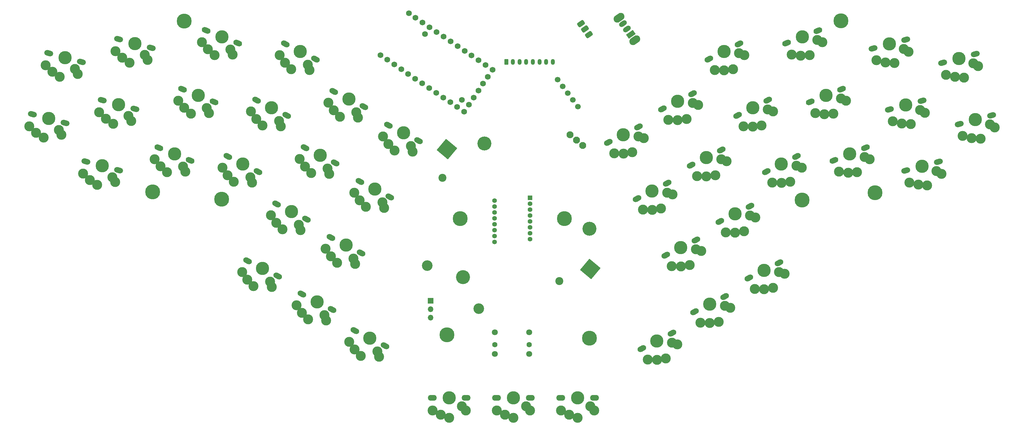
<source format=gbr>
%TF.GenerationSoftware,KiCad,Pcbnew,(6.0.4)*%
%TF.CreationDate,2023-01-07T23:56:25+01:00*%
%TF.ProjectId,Batreeq36,42617472-6565-4713-9336-2e6b69636164,rev?*%
%TF.SameCoordinates,Original*%
%TF.FileFunction,Soldermask,Top*%
%TF.FilePolarity,Negative*%
%FSLAX46Y46*%
G04 Gerber Fmt 4.6, Leading zero omitted, Abs format (unit mm)*
G04 Created by KiCad (PCBNEW (6.0.4)) date 2023-01-07 23:56:25*
%MOMM*%
%LPD*%
G01*
G04 APERTURE LIST*
G04 Aperture macros list*
%AMRoundRect*
0 Rectangle with rounded corners*
0 $1 Rounding radius*
0 $2 $3 $4 $5 $6 $7 $8 $9 X,Y pos of 4 corners*
0 Add a 4 corners polygon primitive as box body*
4,1,4,$2,$3,$4,$5,$6,$7,$8,$9,$2,$3,0*
0 Add four circle primitives for the rounded corners*
1,1,$1+$1,$2,$3*
1,1,$1+$1,$4,$5*
1,1,$1+$1,$6,$7*
1,1,$1+$1,$8,$9*
0 Add four rect primitives between the rounded corners*
20,1,$1+$1,$2,$3,$4,$5,0*
20,1,$1+$1,$4,$5,$6,$7,0*
20,1,$1+$1,$6,$7,$8,$9,0*
20,1,$1+$1,$8,$9,$2,$3,0*%
%AMHorizOval*
0 Thick line with rounded ends*
0 $1 width*
0 $2 $3 position (X,Y) of the first rounded end (center of the circle)*
0 $4 $5 position (X,Y) of the second rounded end (center of the circle)*
0 Add line between two ends*
20,1,$1,$2,$3,$4,$5,0*
0 Add two circle primitives to create the rounded ends*
1,1,$1,$2,$3*
1,1,$1,$4,$5*%
%AMRotRect*
0 Rectangle, with rotation*
0 The origin of the aperture is its center*
0 $1 length*
0 $2 width*
0 $3 Rotation angle, in degrees counterclockwise*
0 Add horizontal line*
21,1,$1,$2,0,0,$3*%
G04 Aperture macros list end*
%ADD10C,4.500000*%
%ADD11C,3.000000*%
%ADD12HorizOval,1.701800X-0.482963X0.129410X0.482963X-0.129410X0*%
%ADD13C,3.987800*%
%ADD14HorizOval,1.701800X-0.445503X-0.226995X0.445503X0.226995X0*%
%ADD15HorizOval,1.701800X-0.482963X-0.129410X0.482963X0.129410X0*%
%ADD16HorizOval,1.701800X-0.445503X0.226995X0.445503X-0.226995X0*%
%ADD17C,1.752600*%
%ADD18RoundRect,0.375000X0.829455X0.123000X0.399273X0.737364X-0.829455X-0.123000X-0.399273X-0.737364X0*%
%ADD19O,2.701800X1.701800*%
%ADD20HorizOval,1.701800X-0.463592X-0.187303X0.463592X0.187303X0*%
%ADD21C,3.200000*%
%ADD22C,4.200000*%
%ADD23C,2.400000*%
%ADD24C,2.100000*%
%ADD25RotRect,4.400000X4.400000X140.000000*%
%ADD26HorizOval,1.701800X-0.463592X0.187303X0.463592X-0.187303X0*%
%ADD27R,1.700000X1.700000*%
%ADD28O,1.700000X1.700000*%
%ADD29C,1.800000*%
%ADD30C,1.600000*%
%ADD31C,1.700000*%
%ADD32HorizOval,1.700000X0.000000X0.000000X0.000000X0.000000X0*%
%ADD33HorizOval,2.200000X0.532449X0.372825X-0.532449X-0.372825X0*%
%ADD34RotRect,1.500000X2.500000X125.000000*%
%ADD35HorizOval,1.500000X0.409576X0.286788X-0.409576X-0.286788X0*%
%ADD36R,1.400000X1.400000*%
%ADD37C,1.400000*%
%ADD38RoundRect,0.250000X-0.350000X-0.625000X0.350000X-0.625000X0.350000X0.625000X-0.350000X0.625000X0*%
%ADD39O,1.200000X1.750000*%
G04 APERTURE END LIST*
D10*
%TO.C,*%
X331814000Y-117630000D03*
%TD*%
%TO.C,*%
X114644000Y-117376000D03*
%TD*%
D11*
%TO.C,SW7*%
X98592421Y-93404918D03*
D12*
X99485719Y-89761990D03*
D11*
X102849463Y-96826621D03*
D13*
X104389436Y-91079362D03*
D12*
X109298500Y-92395418D03*
D11*
X108248494Y-95995678D03*
X107415399Y-94516343D03*
X100624370Y-95326294D03*
%TD*%
%TO.C,SW26*%
X301161184Y-146242255D03*
D14*
X293934275Y-143242996D03*
D11*
X304617437Y-142012088D03*
X303008459Y-141470177D03*
D14*
X302988699Y-138633982D03*
D13*
X298459941Y-140940766D03*
D11*
X298503703Y-146616173D03*
X295708020Y-146547951D03*
%TD*%
%TO.C,SW40*%
X102542589Y-112933990D03*
X97976653Y-115244268D03*
X93719611Y-111822565D03*
X95751560Y-113743941D03*
D12*
X94612909Y-108179637D03*
D11*
X103375684Y-114413325D03*
D13*
X99516626Y-109497009D03*
D12*
X104425690Y-110813065D03*
%TD*%
D10*
%TO.C,H10*%
X238452436Y-125369438D03*
%TD*%
D15*
%TO.C,SW44*%
X366927533Y-94275404D03*
D11*
X363558105Y-101337457D03*
D13*
X362018131Y-95590199D03*
D15*
X357112702Y-96901180D03*
D11*
X360880954Y-101150683D03*
X358160547Y-100502696D03*
X366357183Y-97053730D03*
X367818332Y-97918324D03*
%TD*%
%TO.C,SW34*%
X334996043Y-78403057D03*
X332275636Y-77755070D03*
X341933421Y-75170698D03*
D13*
X336133220Y-72842573D03*
D15*
X331227791Y-74153554D03*
D11*
X337673194Y-78589831D03*
D15*
X341042622Y-71527778D03*
D11*
X340472272Y-74306104D03*
%TD*%
%TO.C,SW39*%
X77609049Y-97598565D03*
X81866091Y-101020268D03*
D12*
X78502347Y-93955637D03*
D13*
X83406064Y-95273009D03*
D11*
X86432027Y-98709990D03*
X87265122Y-100189325D03*
X79640998Y-99519941D03*
D12*
X88315128Y-96589065D03*
%TD*%
D10*
%TO.C,H8*%
X321563075Y-65876331D03*
%TD*%
D11*
%TO.C,SW20*%
X170111891Y-138675631D03*
X175058384Y-137365150D03*
X166659288Y-134443612D03*
D16*
X168290472Y-131066018D03*
X177341300Y-135682091D03*
D11*
X175565703Y-138985368D03*
X168247357Y-136745467D03*
D13*
X172813134Y-133374142D03*
%TD*%
D17*
%TO.C,U1*%
X185174396Y-77582685D03*
X187280152Y-79003035D03*
X189385907Y-80423385D03*
X191491662Y-81843735D03*
X193597418Y-83264085D03*
X195703173Y-84684435D03*
X197808929Y-86104785D03*
X199914684Y-87525135D03*
X202020440Y-88945485D03*
X204126195Y-90365835D03*
X206231951Y-91786185D03*
X208348890Y-93189954D03*
X216859806Y-80572003D03*
X214754050Y-79151653D03*
X212648295Y-77731303D03*
X210542540Y-76310953D03*
X208436784Y-74890603D03*
X206331029Y-73470253D03*
X204225273Y-72049903D03*
X202119518Y-70629553D03*
X200013762Y-69209203D03*
X197908007Y-67788853D03*
X195802251Y-66368503D03*
X193696496Y-64948153D03*
X209758056Y-91100780D03*
X211178406Y-88995024D03*
X212598756Y-86889269D03*
X214019106Y-84783513D03*
X215439456Y-82677758D03*
X207652301Y-89680430D03*
X196510025Y-69861447D03*
X183171019Y-76207266D03*
X191693119Y-63572733D03*
%TD*%
D18*
%TO.C,J4*%
X243483662Y-66696862D03*
X244630815Y-68335166D03*
X245777968Y-69973470D03*
%TD*%
D10*
%TO.C,H9*%
X207131342Y-125369438D03*
%TD*%
D11*
%TO.C,SW21*%
X286671920Y-151641986D03*
X284824645Y-156414064D03*
D14*
X277597736Y-153414805D03*
X286652160Y-148805791D03*
D11*
X282167164Y-156787982D03*
X288280898Y-152183897D03*
X279371481Y-156719760D03*
D13*
X282123402Y-151112575D03*
%TD*%
D11*
%TO.C,SW43*%
X350325377Y-111073295D03*
X342128741Y-114522261D03*
X351786526Y-111937889D03*
D15*
X350895727Y-108294969D03*
D11*
X347526299Y-115357022D03*
X344849148Y-115170248D03*
D15*
X341080896Y-110920745D03*
D13*
X345986325Y-109609764D03*
%TD*%
D11*
%TO.C,SW23*%
X270684394Y-139688841D03*
X279593811Y-135152978D03*
D14*
X268910649Y-136383886D03*
D13*
X273436315Y-134081656D03*
D14*
X277965073Y-131774872D03*
D11*
X276137558Y-139383145D03*
X273480077Y-139757063D03*
X277984833Y-134611067D03*
%TD*%
D13*
%TO.C,SW25*%
X281102507Y-107002649D03*
D11*
X281146269Y-112678056D03*
X285651025Y-107532060D03*
D14*
X285631265Y-104695865D03*
D11*
X278350586Y-112609834D03*
X287260003Y-108073971D03*
X283803750Y-112304138D03*
D14*
X276576841Y-109304879D03*
%TD*%
D11*
%TO.C,SW4*%
X154471486Y-78477164D03*
X161282513Y-79096847D03*
X156336020Y-80407328D03*
X152883417Y-76175309D03*
D16*
X163565429Y-77413788D03*
D11*
X161789832Y-80717065D03*
D13*
X159037263Y-75105839D03*
D16*
X154514601Y-72797715D03*
%TD*%
D11*
%TO.C,SW8*%
X170955228Y-94704308D03*
D13*
X173656471Y-89402819D03*
D11*
X169090694Y-92774144D03*
D16*
X178184637Y-91710768D03*
D11*
X176409040Y-95014045D03*
X167502625Y-90472289D03*
X175901721Y-93393827D03*
D16*
X169133809Y-87094695D03*
%TD*%
D19*
%TO.C,SW22*%
X237362848Y-179341129D03*
D13*
X242440436Y-179344437D03*
D11*
X247440436Y-183094436D03*
X242440436Y-185294437D03*
X239902848Y-184421129D03*
X246252848Y-181881129D03*
X237442848Y-183091129D03*
D19*
X247522848Y-179345090D03*
%TD*%
D10*
%TO.C,H3*%
X245972677Y-161342170D03*
%TD*%
D11*
%TO.C,SW33*%
X313859720Y-93650404D03*
X323130561Y-89908308D03*
X316638820Y-93962027D03*
X321574936Y-89228228D03*
D20*
X312380771Y-90203433D03*
D11*
X319318777Y-93821147D03*
D13*
X317089868Y-88304403D03*
D20*
X321802443Y-86401103D03*
%TD*%
D11*
%TO.C,SW16*%
X166842288Y-156023644D03*
X161388476Y-155713907D03*
X157935873Y-151481888D03*
X166334969Y-154403426D03*
X159523942Y-153783743D03*
D16*
X159567057Y-148104294D03*
X168617885Y-152720367D03*
D13*
X164089719Y-150412418D03*
%TD*%
D11*
%TO.C,SW28*%
X290974536Y-75638313D03*
X289127261Y-80410391D03*
X283674097Y-80716087D03*
D13*
X286426018Y-75108902D03*
D11*
X292583514Y-76180224D03*
D14*
X281900352Y-77411132D03*
D11*
X286469780Y-80784309D03*
D14*
X290954776Y-72802118D03*
%TD*%
D16*
%TO.C,SW5*%
X145888783Y-89726836D03*
D11*
X153164014Y-97646186D03*
X147710202Y-97336449D03*
X144257599Y-93104430D03*
X152656695Y-96025968D03*
D13*
X150411445Y-92034960D03*
D16*
X154939611Y-94342909D03*
D11*
X145845668Y-95406285D03*
%TD*%
D21*
%TO.C,SW36*%
X197228052Y-139501819D03*
D22*
X207996008Y-142991378D03*
D23*
X201809741Y-113113345D03*
D21*
X212691390Y-152477497D03*
D23*
X236894041Y-144162398D03*
D22*
X245986230Y-128418738D03*
X214365675Y-102810086D03*
D24*
X243984085Y-103369716D03*
X240153863Y-100155778D03*
X242068974Y-101762747D03*
D25*
X246205658Y-140541280D03*
X203178553Y-104440241D03*
%TD*%
D16*
%TO.C,SW15*%
X160932999Y-125569020D03*
D11*
X153703590Y-128562560D03*
X150250987Y-124330541D03*
D13*
X156404833Y-123261071D03*
D11*
X158650083Y-127252079D03*
X151839056Y-126632396D03*
X159157402Y-128872297D03*
D16*
X151882171Y-120952947D03*
%TD*%
D15*
%TO.C,SW45*%
X361960169Y-75868698D03*
D11*
X361389819Y-78647024D03*
X353193183Y-82095990D03*
D13*
X357050767Y-77183493D03*
D15*
X352145338Y-78494474D03*
D11*
X355913590Y-82743977D03*
X362850968Y-79511618D03*
X358590741Y-82930751D03*
%TD*%
D15*
%TO.C,SW31*%
X345968847Y-89887825D03*
X336154016Y-92513601D03*
D11*
X339922268Y-96763104D03*
X342599419Y-96949878D03*
X345398497Y-92666151D03*
D13*
X341059445Y-91202620D03*
D11*
X337201861Y-96115117D03*
X346859646Y-93530745D03*
%TD*%
D16*
%TO.C,SW41*%
X184477129Y-163689927D03*
D11*
X175383186Y-164753303D03*
X182194213Y-165372986D03*
X177247720Y-166683467D03*
X182701532Y-166993204D03*
X173795117Y-162451448D03*
D16*
X175426301Y-159073854D03*
D13*
X179948963Y-161381978D03*
%TD*%
D10*
%TO.C,H2*%
X203186436Y-160340438D03*
%TD*%
D11*
%TO.C,SW30*%
X306378895Y-114268638D03*
X300925731Y-114574334D03*
X309835148Y-110038471D03*
D14*
X308206410Y-106660365D03*
D11*
X308226170Y-109496560D03*
X303721414Y-114642556D03*
D13*
X303677652Y-108967149D03*
D14*
X299151986Y-111269379D03*
%TD*%
D11*
%TO.C,SW42*%
X266283579Y-167846342D03*
X263487896Y-167778120D03*
X268941060Y-167472424D03*
D13*
X266239817Y-162170935D03*
D14*
X270768575Y-159864151D03*
D11*
X272397313Y-163242257D03*
D14*
X261714151Y-164473165D03*
D11*
X270788335Y-162700346D03*
%TD*%
%TO.C,SW6*%
X117001660Y-109673498D03*
X123840778Y-109697203D03*
X119027323Y-111433813D03*
D13*
X121256232Y-105917069D03*
D26*
X116549614Y-104011904D03*
D11*
X115219014Y-107518811D03*
X124487377Y-111267040D03*
D26*
X125968318Y-107821579D03*
%TD*%
D11*
%TO.C,SW12*%
X207647266Y-181881131D03*
X203834854Y-185294439D03*
X208834854Y-183094438D03*
D13*
X203834854Y-179344439D03*
D11*
X198837266Y-183091131D03*
D19*
X208917266Y-179345092D03*
D11*
X201297266Y-184421131D03*
D19*
X198757266Y-179341131D03*
%TD*%
D11*
%TO.C,SW1*%
X129454059Y-72285823D03*
X131236705Y-74440510D03*
D13*
X135491277Y-70684081D03*
D26*
X130784659Y-68778916D03*
X140203363Y-72588591D03*
D11*
X133262368Y-76200825D03*
X138722422Y-76034052D03*
X138075823Y-74464215D03*
%TD*%
%TO.C,SW11*%
X145018150Y-145676022D03*
X150471962Y-145985759D03*
D13*
X147719393Y-140374533D03*
D11*
X149964643Y-144365541D03*
D16*
X152247559Y-142682482D03*
D11*
X141565547Y-141444003D03*
X143153616Y-143745858D03*
D16*
X143196731Y-138066409D03*
%TD*%
D27*
%TO.C,J5*%
X198220436Y-150134438D03*
D28*
X198220436Y-152674438D03*
X198220436Y-155214438D03*
%TD*%
D29*
%TO.C,HAT1*%
X217557347Y-159592101D03*
D30*
X217557347Y-163292101D03*
D29*
X217557347Y-166092101D03*
X227857347Y-166092101D03*
D30*
X227857347Y-163292101D03*
D29*
X227857347Y-159592101D03*
%TD*%
D14*
%TO.C,SW19*%
X260274667Y-119346979D03*
D11*
X270957829Y-118116071D03*
X267501576Y-122346238D03*
X264844095Y-122720156D03*
D14*
X269329091Y-114737965D03*
D13*
X264800333Y-117044749D03*
D11*
X269348851Y-117574160D03*
X262048412Y-122651934D03*
%TD*%
D13*
%TO.C,SW3*%
X109299485Y-72708973D03*
D11*
X107759512Y-78456232D03*
X113158543Y-77625289D03*
D12*
X104395768Y-71391601D03*
D11*
X105534419Y-76955905D03*
X103502470Y-75034529D03*
D12*
X114208549Y-74025029D03*
D11*
X112325448Y-76145954D03*
%TD*%
%TO.C,SW10*%
X135631779Y-110033556D03*
D16*
X137262963Y-106655962D03*
D13*
X141785625Y-108964086D03*
D16*
X146313791Y-111272035D03*
D11*
X144538194Y-114575312D03*
X144030875Y-112955094D03*
X139084382Y-114265575D03*
X137219848Y-112335411D03*
%TD*%
D20*
%TO.C,SW32*%
X314684923Y-68784611D03*
D11*
X312201257Y-76204655D03*
X316013041Y-72291816D03*
X314457416Y-71611736D03*
D20*
X305263251Y-72586941D03*
D11*
X309521300Y-76345535D03*
X306742200Y-76033912D03*
D13*
X309972348Y-70687911D03*
%TD*%
D16*
%TO.C,SW9*%
X160507987Y-104023822D03*
D11*
X158876803Y-107401416D03*
X167783218Y-111943172D03*
D16*
X169558815Y-108639895D03*
D13*
X165030649Y-106331946D03*
D11*
X162329406Y-111633435D03*
X160464872Y-109703271D03*
X167275899Y-110322954D03*
%TD*%
%TO.C,SW13*%
X183942239Y-100656054D03*
X185530308Y-102957909D03*
D16*
X194624251Y-101894533D03*
X185573423Y-97278460D03*
D11*
X187394842Y-104888073D03*
X192848654Y-105197810D03*
X192341335Y-103577592D03*
D13*
X190096085Y-99586584D03*
%TD*%
D11*
%TO.C,SW38*%
X84535872Y-81185823D03*
D13*
X88300938Y-76938891D03*
D12*
X83397221Y-75621519D03*
D11*
X91326901Y-80375872D03*
X92159996Y-81855207D03*
X86760965Y-82686150D03*
D12*
X93210002Y-78254947D03*
D11*
X82503923Y-79264447D03*
%TD*%
%TO.C,SW18*%
X253422592Y-105722808D03*
D14*
X260703271Y-97808839D03*
X251648847Y-102417853D03*
D11*
X262332009Y-101186945D03*
X256218275Y-105791030D03*
D13*
X256174513Y-100115623D03*
D11*
X260723031Y-100645034D03*
X258875756Y-105417112D03*
%TD*%
D10*
%TO.C,H1*%
X135449344Y-119546080D03*
%TD*%
D11*
%TO.C,SW24*%
X278634182Y-91144848D03*
D14*
X267951020Y-92375756D03*
D11*
X277025204Y-90602937D03*
X269724765Y-95680711D03*
D14*
X277005444Y-87766742D03*
D11*
X275177929Y-95375015D03*
X272520448Y-95748933D03*
D13*
X272476686Y-90073526D03*
%TD*%
D11*
%TO.C,SW17*%
X220577260Y-184417822D03*
X228114848Y-183091129D03*
D13*
X223114848Y-179341130D03*
D19*
X218037260Y-179337822D03*
X228197260Y-179341783D03*
D11*
X226927260Y-181877822D03*
X223114848Y-185291130D03*
X218117260Y-183087822D03*
%TD*%
D31*
%TO.C,U5*%
X236420970Y-83535811D03*
D32*
X237949581Y-85564345D03*
X239478191Y-87592879D03*
X241006801Y-89621413D03*
X242535411Y-91649948D03*
%TD*%
D33*
%TO.C,SW37*%
X254891672Y-64964955D03*
X259594999Y-71682001D03*
D34*
X258390488Y-69961782D03*
D35*
X257243335Y-68323478D03*
X256096182Y-66685174D03*
%TD*%
D14*
%TO.C,SW29*%
X290526170Y-94340257D03*
D11*
X299600354Y-92567438D03*
D13*
X295051836Y-92038027D03*
D11*
X301209332Y-93109349D03*
X295095598Y-97713434D03*
X297753079Y-97339516D03*
D14*
X299580594Y-89731243D03*
D11*
X292299915Y-97645212D03*
%TD*%
%TO.C,SW46*%
X323756347Y-111578521D03*
X326436304Y-111437641D03*
D13*
X324207395Y-105920897D03*
D20*
X319498298Y-107819927D03*
D11*
X328692463Y-106844722D03*
D20*
X328919970Y-104017597D03*
D11*
X320977247Y-111266898D03*
X330248088Y-107524802D03*
%TD*%
%TO.C,SW2*%
X124119472Y-92057412D03*
D13*
X128374044Y-88300983D03*
D11*
X126145135Y-93817727D03*
X131605189Y-93650954D03*
X130958590Y-92081117D03*
X122336826Y-89902725D03*
D26*
X133086130Y-90205493D03*
X123667426Y-86395818D03*
%TD*%
D10*
%TO.C,H5*%
X124112666Y-65939356D03*
%TD*%
D13*
%TO.C,SW27*%
X289728323Y-123931778D03*
D11*
X292429566Y-129233267D03*
D14*
X294257081Y-121624994D03*
D11*
X294276841Y-124461189D03*
X286976402Y-129538963D03*
X289772085Y-129607185D03*
X295885819Y-125003100D03*
D14*
X285202657Y-126234008D03*
%TD*%
D11*
%TO.C,SW14*%
X178769020Y-121817198D03*
X184222832Y-122126935D03*
D16*
X185998429Y-118823658D03*
D13*
X181470263Y-116515709D03*
D11*
X183715513Y-120506717D03*
X175316417Y-117585179D03*
D16*
X176947601Y-114207585D03*
D11*
X176904486Y-119887034D03*
%TD*%
D10*
%TO.C,H4*%
X309907997Y-119800077D03*
%TD*%
D36*
%TO.C,U4*%
X228135346Y-119074438D03*
D37*
X228135346Y-120854438D03*
X228135346Y-122634438D03*
X228135346Y-124414438D03*
X228135346Y-126194438D03*
X228135346Y-127974438D03*
X228135346Y-129754438D03*
X228135346Y-131534438D03*
X217435346Y-132424438D03*
X217435346Y-130644438D03*
X217435346Y-128864438D03*
X217435346Y-127084438D03*
X217435346Y-125304438D03*
X217435346Y-123524438D03*
X217435346Y-121744438D03*
X217435346Y-119964438D03*
%TD*%
D38*
%TO.C,J3*%
X220972000Y-78196003D03*
D39*
X222972000Y-78196003D03*
X224972000Y-78196003D03*
X226972000Y-78196003D03*
X228972000Y-78196003D03*
X230972000Y-78196003D03*
X232972000Y-78196003D03*
X234972000Y-78196003D03*
%TD*%
M02*

</source>
